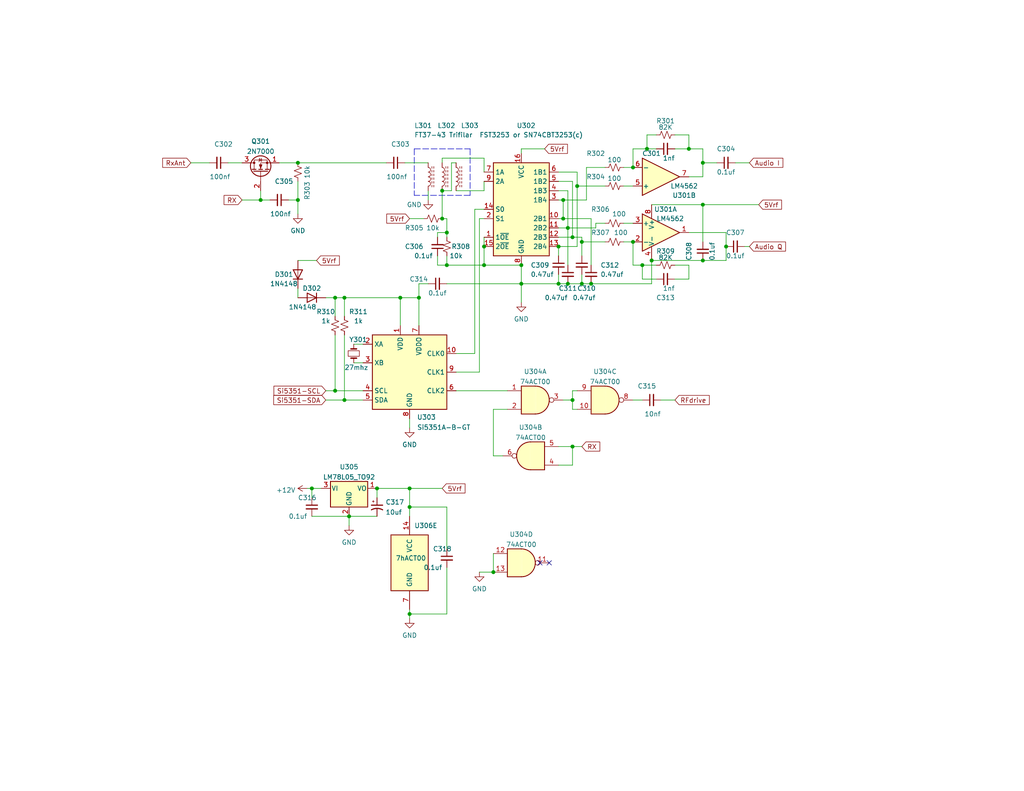
<source format=kicad_sch>
(kicad_sch (version 20211123) (generator eeschema)
  (paper "USLetter")
  (title_block (title "uSDX RF") (date "2022-01-18") (rev "0.1") (company "WA2MZE") (comment 5 "uSDX Microcontroller circuits"))
  (lib_symbols
    (symbol "74xx:74HC00" (pin_names (offset 1.016))
      (property "Reference" "U" (at 0 1.27 0))
      (property "Value" "74HC00" (at 0 -1.27 0))
      (symbol "74HC00_1_1"
        (arc (start 0 -3.81) (mid 3.81 0) (end 0 3.81) (stroke (width 0.254)) (fill (type background)))
        (polyline (pts (xy 0 3.81) (xy -3.81 3.81) (xy -3.81 -3.81) (xy 0 -3.81)) (stroke (width 0.254)) (fill (type background)))
        (pin input line (at -7.62 2.54 0) (length 3.81) (name "~") (number "1"))
        (pin input line (at -7.62 -2.54 0) (length 3.81) (name "~") (number "2"))
        (pin output inverted (at 7.62 0 180) (length 3.81) (name "~") (number "3"))
      )
      (symbol "74HC00_1_2"
        (arc (start -3.81 -3.81) (mid -2.589 0) (end -3.81 3.81) (stroke (width 0.254)))
        (arc (start -0.6096 -3.81) (mid 2.1855 -2.584) (end 3.81 0) (stroke (width 0.254)) (fill (type background)))
        (polyline (pts (xy -3.81 -3.81) (xy -0.635 -3.81)) (stroke (width 0.254)) (fill (type background)))
        (polyline (pts (xy -3.81 3.81) (xy -0.635 3.81)) (stroke (width 0.254)) (fill (type background)))
        (polyline (pts (xy -0.635 3.81) (xy -3.81 3.81) (xy -3.81 3.81) (xy -3.556 3.4036) (xy -3.0226 2.2606) (xy -2.6924 1.0414) (xy -2.6162 -0.254) (xy -2.7686 -1.4986) (xy -3.175 -2.7178) (xy -3.81 -3.81) (xy -3.81 -3.81) (xy -0.635 -3.81)) (stroke (width -25.4)) (fill (type background)))
        (arc (start 3.81 0) (mid 2.1928 2.5925) (end -0.6096 3.81) (stroke (width 0.254)) (fill (type background)))
        (pin input inverted (at -7.62 2.54 0) (length 4.318) (name "~") (number "1"))
        (pin input inverted (at -7.62 -2.54 0) (length 4.318) (name "~") (number "2"))
        (pin output line (at 7.62 0 180) (length 3.81) (name "~") (number "3"))
      )
      (symbol "74HC00_2_1"
        (arc (start 0 -3.81) (mid 3.81 0) (end 0 3.81) (stroke (width 0.254)) (fill (type background)))
        (polyline (pts (xy 0 3.81) (xy -3.81 3.81) (xy -3.81 -3.81) (xy 0 -3.81)) (stroke (width 0.254)) (fill (type background)))
        (pin input line (at -7.62 2.54 0) (length 3.81) (name "~") (number "4"))
        (pin input line (at -7.62 -2.54 0) (length 3.81) (name "~") (number "5"))
        (pin output inverted (at 7.62 0 180) (length 3.81) (name "~") (number "6"))
      )
      (symbol "74HC00_2_2"
        (arc (start -3.81 -3.81) (mid -2.589 0) (end -3.81 3.81) (stroke (width 0.254)))
        (arc (start -0.6096 -3.81) (mid 2.1855 -2.584) (end 3.81 0) (stroke (width 0.254)) (fill (type background)))
        (polyline (pts (xy -3.81 -3.81) (xy -0.635 -3.81)) (stroke (width 0.254)) (fill (type background)))
        (polyline (pts (xy -3.81 3.81) (xy -0.635 3.81)) (stroke (width 0.254)) (fill (type background)))
        (polyline (pts (xy -0.635 3.81) (xy -3.81 3.81) (xy -3.81 3.81) (xy -3.556 3.4036) (xy -3.0226 2.2606) (xy -2.6924 1.0414) (xy -2.6162 -0.254) (xy -2.7686 -1.4986) (xy -3.175 -2.7178) (xy -3.81 -3.81) (xy -3.81 -3.81) (xy -0.635 -3.81)) (stroke (width -25.4)) (fill (type background)))
        (arc (start 3.81 0) (mid 2.1928 2.5925) (end -0.6096 3.81) (stroke (width 0.254)) (fill (type background)))
        (pin input inverted (at -7.62 2.54 0) (length 4.318) (name "~") (number "4"))
        (pin input inverted (at -7.62 -2.54 0) (length 4.318) (name "~") (number "5"))
        (pin output line (at 7.62 0 180) (length 3.81) (name "~") (number "6"))
      )
      (symbol "74HC00_3_1"
        (arc (start 0 -3.81) (mid 3.81 0) (end 0 3.81) (stroke (width 0.254)) (fill (type background)))
        (polyline (pts (xy 0 3.81) (xy -3.81 3.81) (xy -3.81 -3.81) (xy 0 -3.81)) (stroke (width 0.254)) (fill (type background)))
        (pin input line (at -7.62 -2.54 0) (length 3.81) (name "~") (number "10"))
        (pin output inverted (at 7.62 0 180) (length 3.81) (name "~") (number "8"))
        (pin input line (at -7.62 2.54 0) (length 3.81) (name "~") (number "9"))
      )
      (symbol "74HC00_3_2"
        (arc (start -3.81 -3.81) (mid -2.589 0) (end -3.81 3.81) (stroke (width 0.254)))
        (arc (start -0.6096 -3.81) (mid 2.1855 -2.584) (end 3.81 0) (stroke (width 0.254)) (fill (type background)))
        (polyline (pts (xy -3.81 -3.81) (xy -0.635 -3.81)) (stroke (width 0.254)) (fill (type background)))
        (polyline (pts (xy -3.81 3.81) (xy -0.635 3.81)) (stroke (width 0.254)) (fill (type background)))
        (polyline (pts (xy -0.635 3.81) (xy -3.81 3.81) (xy -3.81 3.81) (xy -3.556 3.4036) (xy -3.0226 2.2606) (xy -2.6924 1.0414) (xy -2.6162 -0.254) (xy -2.7686 -1.4986) (xy -3.175 -2.7178) (xy -3.81 -3.81) (xy -3.81 -3.81) (xy -0.635 -3.81)) (stroke (width -25.4)) (fill (type background)))
        (arc (start 3.81 0) (mid 2.1928 2.5925) (end -0.6096 3.81) (stroke (width 0.254)) (fill (type background)))
        (pin input inverted (at -7.62 -2.54 0) (length 4.318) (name "~") (number "10"))
        (pin output line (at 7.62 0 180) (length 3.81) (name "~") (number "8"))
        (pin input inverted (at -7.62 2.54 0) (length 4.318) (name "~") (number "9"))
      )
      (symbol "74HC00_4_1"
        (arc (start 0 -3.81) (mid 3.81 0) (end 0 3.81) (stroke (width 0.254)) (fill (type background)))
        (polyline (pts (xy 0 3.81) (xy -3.81 3.81) (xy -3.81 -3.81) (xy 0 -3.81)) (stroke (width 0.254)) (fill (type background)))
        (pin output inverted (at 7.62 0 180) (length 3.81) (name "~") (number "11"))
        (pin input line (at -7.62 2.54 0) (length 3.81) (name "~") (number "12"))
        (pin input line (at -7.62 -2.54 0) (length 3.81) (name "~") (number "13"))
      )
      (symbol "74HC00_4_2"
        (arc (start -3.81 -3.81) (mid -2.589 0) (end -3.81 3.81) (stroke (width 0.254)))
        (arc (start -0.6096 -3.81) (mid 2.1855 -2.584) (end 3.81 0) (stroke (width 0.254)) (fill (type background)))
        (polyline (pts (xy -3.81 -3.81) (xy -0.635 -3.81)) (stroke (width 0.254)) (fill (type background)))
        (polyline (pts (xy -3.81 3.81) (xy -0.635 3.81)) (stroke (width 0.254)) (fill (type background)))
        (polyline (pts (xy -0.635 3.81) (xy -3.81 3.81) (xy -3.81 3.81) (xy -3.556 3.4036) (xy -3.0226 2.2606) (xy -2.6924 1.0414) (xy -2.6162 -0.254) (xy -2.7686 -1.4986) (xy -3.175 -2.7178) (xy -3.81 -3.81) (xy -3.81 -3.81) (xy -0.635 -3.81)) (stroke (width -25.4)) (fill (type background)))
        (arc (start 3.81 0) (mid 2.1928 2.5925) (end -0.6096 3.81) (stroke (width 0.254)) (fill (type background)))
        (pin output line (at 7.62 0 180) (length 3.81) (name "~") (number "11"))
        (pin input inverted (at -7.62 2.54 0) (length 4.318) (name "~") (number "12"))
        (pin input inverted (at -7.62 -2.54 0) (length 4.318) (name "~") (number "13"))
      )
      (symbol "74HC00_5_0"
        (pin power_in line (at 0 12.7 270) (length 5.08) (name "VCC") (number "14"))
        (pin power_in line (at 0 -12.7 90) (length 5.08) (name "GND") (number "7"))
      )
      (symbol "74HC00_5_1"
        (rectangle (start -5.08 7.62) (end 5.08 -7.62) (stroke (width 0.254)) (fill (type background)))
      )
    )
    (symbol "Amplifier_Operational:LM4562" (pin_names (offset 0.127))
      (property "Reference" "U" (at 0 5.08 0))
      (property "Value" "LM4562" (at 0 -5.08 0))
      (symbol "LM4562_1_1"
        (polyline (pts (xy -5.08 5.08) (xy 5.08 0) (xy -5.08 -5.08) (xy -5.08 5.08)) (stroke (width 0.254)) (fill (type background)))
        (pin output line (at 7.62 0 180) (length 2.54) (name "~") (number "1"))
        (pin input line (at -7.62 -2.54 0) (length 2.54) (name "-") (number "2"))
        (pin input line (at -7.62 2.54 0) (length 2.54) (name "+") (number "3"))
      )
      (symbol "LM4562_2_1"
        (polyline (pts (xy -5.08 5.08) (xy 5.08 0) (xy -5.08 -5.08) (xy -5.08 5.08)) (stroke (width 0.254)) (fill (type background)))
        (pin input line (at -7.62 2.54 0) (length 2.54) (name "+") (number "5"))
        (pin input line (at -7.62 -2.54 0) (length 2.54) (name "-") (number "6"))
        (pin output line (at 7.62 0 180) (length 2.54) (name "~") (number "7"))
      )
      (symbol "LM4562_3_1"
        (pin power_in line (at -2.54 -7.62 90) (length 3.81) (name "V-") (number "4"))
        (pin power_in line (at -2.54 7.62 270) (length 3.81) (name "V+") (number "8"))
      )
    )
    (symbol "Analog_Switch:SN74CBT3253"
      (property "Reference" "U" (at -7.62 13.97 0))
      (property "Value" "SN74CBT3253" (at -11.43 -13.97 0))
      (symbol "SN74CBT3253_0_1"
        (rectangle (start -7.62 12.7) (end 7.62 -12.7) (stroke (width 0.254)) (fill (type background)))
        (rectangle (start 7.62 -12.7) (end 7.62 -12.7))
      )
      (symbol "SN74CBT3253_1_1"
        (pin input line (at -10.16 -7.62 0) (length 2.54) (name "1~{OE}") (number "1"))
        (pin bidirectional line (at 10.16 -2.54 180) (length 2.54) (name "2B1") (number "10"))
        (pin bidirectional line (at 10.16 -5.08 180) (length 2.54) (name "2B2") (number "11"))
        (pin bidirectional line (at 10.16 -7.62 180) (length 2.54) (name "2B3") (number "12"))
        (pin bidirectional line (at 10.16 -10.16 180) (length 2.54) (name "2B4") (number "13"))
        (pin input line (at -10.16 0 0) (length 2.54) (name "S0") (number "14"))
        (pin input line (at -10.16 -10.16 0) (length 2.54) (name "2~{OE}") (number "15"))
        (pin power_in line (at 0 15.24 270) (length 2.54) (name "VCC") (number "16"))
        (pin input line (at -10.16 -2.54 0) (length 2.54) (name "S1") (number "2"))
        (pin bidirectional line (at 10.16 2.54 180) (length 2.54) (name "1B4") (number "3"))
        (pin bidirectional line (at 10.16 5.08 180) (length 2.54) (name "1B3") (number "4"))
        (pin bidirectional line (at 10.16 7.62 180) (length 2.54) (name "1B2") (number "5"))
        (pin bidirectional line (at 10.16 10.16 180) (length 2.54) (name "1B1") (number "6"))
        (pin bidirectional line (at -10.16 10.16 0) (length 2.54) (name "1A") (number "7"))
        (pin power_in line (at 0 -15.24 90) (length 2.54) (name "GND") (number "8"))
        (pin bidirectional line (at -10.16 7.62 0) (length 2.54) (name "2A") (number "9"))
      )
    )
    (symbol "Device:C_Polarized_Small_US" (pin_numbers hide) (pin_names (offset 0.254) hide)
      (property "Reference" "C" (at 0.254 1.778 0))
      (property "Value" "C_Polarized_Small_US" (at 0.254 -2.032 0))
      (symbol "C_Polarized_Small_US_0_1"
        (polyline (pts (xy -1.524 0.508) (xy 1.524 0.508)) (stroke (width 0.3048)))
        (polyline (pts (xy -1.27 1.524) (xy -0.762 1.524)))
        (polyline (pts (xy -1.016 1.27) (xy -1.016 1.778)))
        (arc (start 1.524 -0.762) (mid 0 -0.3734) (end -1.524 -0.762) (stroke (width 0.3048)))
      )
      (symbol "C_Polarized_Small_US_1_1"
        (pin passive line (at 0 2.54 270) (length 2.032) (name "~") (number "1"))
        (pin passive line (at 0 -2.54 90) (length 2.032) (name "~") (number "2"))
      )
    )
    (symbol "Device:C_Small" (pin_numbers hide) (pin_names (offset 0.254) hide)
      (property "Reference" "C" (at 0.254 1.778 0))
      (property "Value" "C_Small" (at 0.254 -2.032 0))
      (symbol "C_Small_0_1"
        (polyline (pts (xy -1.524 -0.508) (xy 1.524 -0.508)) (stroke (width 0.3302)))
        (polyline (pts (xy -1.524 0.508) (xy 1.524 0.508)) (stroke (width 0.3048)))
      )
      (symbol "C_Small_1_1"
        (pin passive line (at 0 2.54 270) (length 2.032) (name "~") (number "1"))
        (pin passive line (at 0 -2.54 90) (length 2.032) (name "~") (number "2"))
      )
    )
    (symbol "Device:Crystal_Small" (pin_numbers hide) (pin_names (offset 1.016) hide)
      (property "Reference" "Y" (at 0 2.54 0))
      (property "Value" "Crystal_Small" (at 0 -2.54 0))
      (symbol "Crystal_Small_0_1"
        (rectangle (start -0.762 -1.524) (end 0.762 1.524))
        (polyline (pts (xy -1.27 -0.762) (xy -1.27 0.762)) (stroke (width 0.381)))
        (polyline (pts (xy 1.27 -0.762) (xy 1.27 0.762)) (stroke (width 0.381)))
      )
      (symbol "Crystal_Small_1_1"
        (pin passive line (at -2.54 0 0) (length 1.27) (name "1") (number "1"))
        (pin passive line (at 2.54 0 180) (length 1.27) (name "2") (number "2"))
      )
    )
    (symbol "Device:L_Ferrite" (pin_numbers hide) (pin_names (offset 1.016) hide)
      (property "Reference" "L" (at -1.27 0 90))
      (property "Value" "L_Ferrite" (at 2.794 0 90))
      (symbol "L_Ferrite_0_1"
        (arc (start 0 -2.54) (mid 0.635 -1.905) (end 0 -1.27))
        (arc (start 0 -1.27) (mid 0.635 -0.635) (end 0 0))
        (polyline (pts (xy 1.016 -2.794) (xy 1.016 -2.286)))
        (polyline (pts (xy 1.016 -1.778) (xy 1.016 -1.27)))
        (polyline (pts (xy 1.016 -0.762) (xy 1.016 -0.254)))
        (polyline (pts (xy 1.016 0.254) (xy 1.016 0.762)))
        (polyline (pts (xy 1.016 1.27) (xy 1.016 1.778)))
        (polyline (pts (xy 1.016 2.286) (xy 1.016 2.794)))
        (polyline (pts (xy 1.524 -2.286) (xy 1.524 -2.794)))
        (polyline (pts (xy 1.524 -1.27) (xy 1.524 -1.778)))
        (polyline (pts (xy 1.524 -0.254) (xy 1.524 -0.762)))
        (polyline (pts (xy 1.524 0.762) (xy 1.524 0.254)))
        (polyline (pts (xy 1.524 1.778) (xy 1.524 1.27)))
        (polyline (pts (xy 1.524 2.794) (xy 1.524 2.286)))
        (arc (start 0 0) (mid 0.635 0.635) (end 0 1.27))
        (arc (start 0 1.27) (mid 0.635 1.905) (end 0 2.54))
      )
      (symbol "L_Ferrite_1_1"
        (pin passive line (at 0 3.81 270) (length 1.27) (name "1") (number "1"))
        (pin passive line (at 0 -3.81 90) (length 1.27) (name "2") (number "2"))
      )
    )
    (symbol "Device:R_Small_US" (pin_numbers hide) (pin_names (offset 0.254) hide)
      (property "Reference" "R" (at 0.762 0.508 0))
      (property "Value" "R_Small_US" (at 0.762 -1.016 0))
      (symbol "R_Small_US_1_1"
        (polyline (pts (xy 0 0) (xy 1.016 -0.381) (xy 0 -0.762) (xy -1.016 -1.143) (xy 0 -1.524)))
        (polyline (pts (xy 0 1.524) (xy 1.016 1.143) (xy 0 0.762) (xy -1.016 0.381) (xy 0 0)))
        (pin passive line (at 0 2.54 270) (length 1.016) (name "~") (number "1"))
        (pin passive line (at 0 -2.54 90) (length 1.016) (name "~") (number "2"))
      )
    )
    (symbol "Diode:1N4148" (pin_numbers hide) (pin_names (offset 1.016) hide)
      (property "Reference" "D" (at 0 2.54 0))
      (property "Value" "1N4148" (at 0 -2.54 0))
      (symbol "1N4148_0_1"
        (polyline (pts (xy -1.27 1.27) (xy -1.27 -1.27)) (stroke (width 0.254)))
        (polyline (pts (xy 1.27 0) (xy -1.27 0)))
        (polyline (pts (xy 1.27 1.27) (xy 1.27 -1.27) (xy -1.27 0) (xy 1.27 1.27)) (stroke (width 0.254)))
      )
      (symbol "1N4148_1_1"
        (pin passive line (at -3.81 0 0) (length 2.54) (name "K") (number "1"))
        (pin passive line (at 3.81 0 180) (length 2.54) (name "A") (number "2"))
      )
    )
    (symbol "Oscillator:Si5351A-B-GT"
      (property "Reference" "U" (at -8.89 11.43 0))
      (property "Value" "Si5351A-B-GT" (at -12.7 -12.7 0))
      (symbol "Si5351A-B-GT_0_1"
        (rectangle (start -10.16 10.16) (end 10.16 -10.16) (stroke (width 0.254)) (fill (type background)))
      )
      (symbol "Si5351A-B-GT_1_1"
        (pin power_in line (at -2.54 12.7 270) (length 2.54) (name "VDD") (number "1"))
        (pin output line (at 12.7 5.08 180) (length 2.54) (name "CLK0") (number "10"))
        (pin input line (at -12.7 7.62 0) (length 2.54) (name "XA") (number "2"))
        (pin input line (at -12.7 2.54 0) (length 2.54) (name "XB") (number "3"))
        (pin input line (at -12.7 -5.08 0) (length 2.54) (name "SCL") (number "4"))
        (pin bidirectional line (at -12.7 -7.62 0) (length 2.54) (name "SDA") (number "5"))
        (pin output line (at 12.7 -5.08 180) (length 2.54) (name "CLK2") (number "6"))
        (pin power_in line (at 2.54 12.7 270) (length 2.54) (name "VDDO") (number "7"))
        (pin power_in line (at 0 -12.7 90) (length 2.54) (name "GND") (number "8"))
        (pin output line (at 12.7 0 180) (length 2.54) (name "CLK1") (number "9"))
      )
    )
    (symbol "Regulator_Linear:LM78L05_TO92" (pin_names (offset 0.254))
      (property "Reference" "U" (at -3.81 3.175 0))
      (property "Value" "LM78L05_TO92" (at 0 3.175 0))
      (symbol "LM78L05_TO92_0_1"
        (rectangle (start -5.08 -5.08) (end 5.08 1.905) (stroke (width 0.254)) (fill (type background)))
      )
      (symbol "LM78L05_TO92_1_1"
        (pin power_out line (at 7.62 0 180) (length 2.54) (name "VO") (number "1"))
        (pin power_in line (at 0 -7.62 90) (length 2.54) (name "GND") (number "2"))
        (pin power_in line (at -7.62 0 0) (length 2.54) (name "VI") (number "3"))
      )
    )
    (symbol "Transistor_FET:2N7000" (pin_names hide)
      (property "Reference" "Q" (at 5.08 1.905 0))
      (property "Value" "2N7000" (at 5.08 0 0))
      (symbol "2N7000_0_1"
        (polyline (pts (xy 0.254 0) (xy -2.54 0)))
        (polyline (pts (xy 0.254 1.905) (xy 0.254 -1.905)) (stroke (width 0.254)))
        (polyline (pts (xy 0.762 -1.27) (xy 0.762 -2.286)) (stroke (width 0.254)))
        (polyline (pts (xy 0.762 0.508) (xy 0.762 -0.508)) (stroke (width 0.254)))
        (polyline (pts (xy 0.762 2.286) (xy 0.762 1.27)) (stroke (width 0.254)))
        (polyline (pts (xy 2.54 2.54) (xy 2.54 1.778)))
        (polyline (pts (xy 2.54 -2.54) (xy 2.54 0) (xy 0.762 0)))
        (polyline (pts (xy 0.762 -1.778) (xy 3.302 -1.778) (xy 3.302 1.778) (xy 0.762 1.778)))
        (polyline (pts (xy 1.016 0) (xy 2.032 0.381) (xy 2.032 -0.381) (xy 1.016 0)) (fill (type outline)))
        (polyline (pts (xy 2.794 0.508) (xy 2.921 0.381) (xy 3.683 0.381) (xy 3.81 0.254)))
        (polyline (pts (xy 3.302 0.381) (xy 2.921 -0.254) (xy 3.683 -0.254) (xy 3.302 0.381)))
        (circle (center 1.651 0) (radius 2.794) (stroke (width 0.254)))
        (circle (center 2.54 -1.778) (radius 0.254) (fill (type outline)))
        (circle (center 2.54 1.778) (radius 0.254) (fill (type outline)))
      )
      (symbol "2N7000_1_1"
        (pin passive line (at 2.54 -5.08 90) (length 2.54) (name "S") (number "1"))
        (pin input line (at -5.08 0 0) (length 2.54) (name "G") (number "2"))
        (pin passive line (at 2.54 5.08 270) (length 2.54) (name "D") (number "3"))
      )
    )
    (symbol "power:+12V" (power) (pin_names (offset 0))
      (property "Value" "+12V" (at 0 3.556 0))
      (symbol "+12V_0_1"
        (polyline (pts (xy -0.762 1.27) (xy 0 2.54)))
        (polyline (pts (xy 0 0) (xy 0 2.54)))
        (polyline (pts (xy 0 2.54) (xy 0.762 1.27)))
      )
      (symbol "+12V_1_1"
        (pin power_in line (at 0 0 90) (length 0) hide (name "+12V") (number "1"))
      )
    )
    (symbol "power:GND" (power) (pin_names (offset 0))
      (property "Value" "GND" (at 0 -3.81 0))
      (symbol "GND_0_1"
        (polyline (pts (xy 0 0) (xy 0 -1.27) (xy 1.27 -1.27) (xy 0 -2.54) (xy -1.27 -1.27) (xy 0 -1.27)))
      )
      (symbol "GND_1_1"
        (pin power_in line (at 0 0 270) (length 0) hide (name "GND") (number "1"))
      )
    )
  )
  (junction (at 121.92 63.5))
  (junction (at 154.94 62.23))
  (junction (at 91.44 81.28))
  (junction (at 153.67 54.61))
  (junction (at 71.12 54.61))
  (junction (at 175.26 72.39))
  (junction (at 187.96 40.64))
  (junction (at 152.4 67.31))
  (junction (at 111.76 133.35))
  (junction (at 176.53 40.64))
  (junction (at 120.65 59.69))
  (junction (at 102.87 133.35))
  (junction (at 142.24 77.47))
  (junction (at 198.12 67.31))
  (junction (at 81.28 44.45))
  (junction (at 111.76 138.43))
  (junction (at 154.94 77.47))
  (junction (at 156.21 64.77))
  (junction (at 172.72 45.72))
  (junction (at 95.25 140.97))
  (junction (at 93.98 109.22))
  (junction (at 91.44 106.68))
  (junction (at 111.76 167.64))
  (junction (at 191.77 71.12))
  (junction (at 158.75 77.47))
  (junction (at 191.77 55.88))
  (junction (at 153.67 59.69))
  (junction (at 152.4 77.47))
  (junction (at 156.21 109.22))
  (junction (at 85.09 133.35))
  (junction (at 120.65 52.07))
  (junction (at 142.24 72.39))
  (junction (at 134.62 156.21))
  (junction (at 109.22 81.28))
  (junction (at 177.8 71.12))
  (junction (at 191.77 44.45))
  (junction (at 172.72 66.04))
  (junction (at 81.28 54.61))
  (junction (at 156.21 121.92))
  (junction (at 121.92 72.39))
  (junction (at 132.08 67.31))
  (junction (at 158.75 66.04))
  (junction (at 93.98 81.28))
  (junction (at 132.08 72.39))
  (junction (at 157.48 50.8))
  (junction (at 114.3 81.28))
  (junction (at 161.29 77.47))
  (no_connect (at 149.86 153.67))
  (no_connect (at 147.32 153.67))
  (polyline (pts (xy 128.27 40.64) (xy 128.27 53.34)))
  (wire (pts (xy 123.19 52.07) (xy 120.65 52.07)))
  (wire (pts (xy 85.09 133.35) (xy 85.09 135.89)))
  (wire (pts (xy 179.07 36.83) (xy 176.53 36.83)))
  (wire (pts (xy 157.48 46.99) (xy 152.4 46.99)))
  (wire (pts (xy 157.48 50.8) (xy 157.48 46.99)))
  (wire (pts (xy 177.8 55.88) (xy 191.77 55.88)))
  (wire (pts (xy 121.92 63.5) (xy 121.92 59.69)))
  (wire (pts (xy 124.46 101.6) (xy 130.81 101.6)))
  (wire (pts (xy 157.48 111.76) (xy 156.21 111.76)))
  (wire (pts (xy 111.76 138.43) (xy 111.76 140.97)))
  (wire (pts (xy 120.65 43.18) (xy 132.08 43.18)))
  (wire (pts (xy 152.4 77.47) (xy 154.94 77.47)))
  (wire (pts (xy 62.23 44.45) (xy 66.04 44.45)))
  (wire (pts (xy 158.75 66.04) (xy 165.1 66.04)))
  (wire (pts (xy 138.43 111.76) (xy 134.62 111.76)))
  (wire (pts (xy 161.29 77.47) (xy 177.8 77.47)))
  (wire (pts (xy 120.65 44.45) (xy 120.65 43.18)))
  (wire (pts (xy 121.92 64.77) (xy 121.92 63.5)))
  (wire (pts (xy 154.94 62.23) (xy 154.94 72.39)))
  (wire (pts (xy 132.08 52.07) (xy 132.08 49.53)))
  (wire (pts (xy 121.92 154.94) (xy 121.92 167.64)))
  (wire (pts (xy 152.4 52.07) (xy 154.94 52.07)))
  (wire (pts (xy 132.08 43.18) (xy 132.08 46.99)))
  (wire (pts (xy 110.49 44.45) (xy 116.84 44.45)))
  (wire (pts (xy 175.26 76.2) (xy 175.26 72.39)))
  (wire (pts (xy 142.24 77.47) (xy 152.4 77.47)))
  (wire (pts (xy 177.8 71.12) (xy 191.77 71.12)))
  (wire (pts (xy 158.75 69.85) (xy 158.75 66.04)))
  (wire (pts (xy 130.81 156.21) (xy 134.62 156.21)))
  (wire (pts (xy 78.74 54.61) (xy 81.28 54.61)))
  (wire (pts (xy 129.54 96.52) (xy 129.54 57.15)))
  (wire (pts (xy 102.87 140.97) (xy 95.25 140.97)))
  (wire (pts (xy 73.66 54.61) (xy 71.12 54.61)))
  (wire (pts (xy 81.28 71.12) (xy 86.36 71.12)))
  (wire (pts (xy 156.21 106.68) (xy 157.48 106.68)))
  (wire (pts (xy 81.28 78.74) (xy 81.28 81.28)))
  (wire (pts (xy 52.07 44.45) (xy 57.15 44.45)))
  (wire (pts (xy 156.21 121.92) (xy 158.75 121.92)))
  (wire (pts (xy 81.28 54.61) (xy 81.28 58.42)))
  (wire (pts (xy 121.92 149.86) (xy 121.92 138.43)))
  (wire (pts (xy 120.65 59.69) (xy 121.92 59.69)))
  (wire (pts (xy 124.46 52.07) (xy 132.08 52.07)))
  (polyline (pts (xy 113.03 40.64) (xy 128.27 40.64)))
  (wire (pts (xy 170.18 60.96) (xy 172.72 60.96)))
  (wire (pts (xy 160.02 45.72) (xy 160.02 54.61)))
  (wire (pts (xy 184.15 76.2) (xy 187.96 76.2)))
  (wire (pts (xy 71.12 54.61) (xy 71.12 52.07)))
  (wire (pts (xy 172.72 40.64) (xy 172.72 45.72)))
  (wire (pts (xy 132.08 72.39) (xy 142.24 72.39)))
  (wire (pts (xy 88.9 106.68) (xy 91.44 106.68)))
  (wire (pts (xy 114.3 88.9) (xy 114.3 81.28)))
  (wire (pts (xy 124.46 96.52) (xy 129.54 96.52)))
  (wire (pts (xy 134.62 151.13) (xy 134.62 156.21)))
  (wire (pts (xy 175.26 72.39) (xy 172.72 72.39)))
  (wire (pts (xy 111.76 133.35) (xy 111.76 138.43)))
  (wire (pts (xy 165.1 45.72) (xy 160.02 45.72)))
  (wire (pts (xy 81.28 44.45) (xy 105.41 44.45)))
  (wire (pts (xy 134.62 111.76) (xy 134.62 124.46)))
  (wire (pts (xy 187.96 36.83) (xy 187.96 40.64)))
  (wire (pts (xy 119.38 63.5) (xy 121.92 63.5)))
  (wire (pts (xy 200.66 44.45) (xy 204.47 44.45)))
  (wire (pts (xy 156.21 111.76) (xy 156.21 109.22)))
  (wire (pts (xy 152.4 121.92) (xy 156.21 121.92)))
  (wire (pts (xy 88.9 81.28) (xy 91.44 81.28)))
  (wire (pts (xy 121.92 138.43) (xy 111.76 138.43)))
  (wire (pts (xy 154.94 62.23) (xy 152.4 62.23)))
  (wire (pts (xy 157.48 50.8) (xy 165.1 50.8)))
  (wire (pts (xy 152.4 67.31) (xy 152.4 69.85)))
  (wire (pts (xy 176.53 40.64) (xy 172.72 40.64)))
  (wire (pts (xy 111.76 167.64) (xy 111.76 168.91)))
  (wire (pts (xy 158.75 74.93) (xy 158.75 77.47)))
  (wire (pts (xy 152.4 54.61) (xy 153.67 54.61)))
  (wire (pts (xy 132.08 67.31) (xy 132.08 72.39)))
  (polyline (pts (xy 128.27 53.34) (xy 113.03 53.34)))
  (wire (pts (xy 191.77 71.12) (xy 198.12 71.12)))
  (wire (pts (xy 116.84 77.47) (xy 114.3 77.47)))
  (wire (pts (xy 129.54 57.15) (xy 132.08 57.15)))
  (wire (pts (xy 91.44 81.28) (xy 91.44 86.36)))
  (wire (pts (xy 158.75 77.47) (xy 161.29 77.47)))
  (wire (pts (xy 191.77 44.45) (xy 191.77 48.26)))
  (wire (pts (xy 156.21 64.77) (xy 152.4 64.77)))
  (wire (pts (xy 191.77 55.88) (xy 191.77 66.04)))
  (wire (pts (xy 172.72 109.22) (xy 175.26 109.22)))
  (wire (pts (xy 96.52 93.98) (xy 99.06 93.98)))
  (polyline (pts (xy 113.03 40.64) (xy 113.03 53.34)))
  (wire (pts (xy 191.77 48.26) (xy 187.96 48.26)))
  (wire (pts (xy 179.07 76.2) (xy 175.26 76.2)))
  (wire (pts (xy 124.46 44.45) (xy 123.19 44.45)))
  (wire (pts (xy 198.12 63.5) (xy 187.96 63.5)))
  (wire (pts (xy 81.28 49.53) (xy 81.28 54.61)))
  (wire (pts (xy 121.92 69.85) (xy 121.92 72.39)))
  (wire (pts (xy 109.22 81.28) (xy 109.22 88.9)))
  (wire (pts (xy 176.53 36.83) (xy 176.53 40.64)))
  (wire (pts (xy 119.38 72.39) (xy 121.92 72.39)))
  (wire (pts (xy 111.76 166.37) (xy 111.76 167.64)))
  (wire (pts (xy 124.46 106.68) (xy 138.43 106.68)))
  (wire (pts (xy 156.21 127) (xy 156.21 121.92)))
  (wire (pts (xy 160.02 54.61) (xy 153.67 54.61)))
  (wire (pts (xy 121.92 77.47) (xy 142.24 77.47)))
  (wire (pts (xy 119.38 69.85) (xy 119.38 72.39)))
  (wire (pts (xy 198.12 71.12) (xy 198.12 67.31)))
  (wire (pts (xy 162.56 62.23) (xy 154.94 62.23)))
  (wire (pts (xy 91.44 106.68) (xy 99.06 106.68)))
  (wire (pts (xy 120.65 52.07) (xy 120.65 59.69)))
  (wire (pts (xy 130.81 59.69) (xy 132.08 59.69)))
  (wire (pts (xy 109.22 81.28) (xy 93.98 81.28)))
  (wire (pts (xy 191.77 44.45) (xy 195.58 44.45)))
  (wire (pts (xy 93.98 91.44) (xy 93.98 109.22)))
  (wire (pts (xy 157.48 67.31) (xy 152.4 67.31)))
  (wire (pts (xy 198.12 67.31) (xy 198.12 63.5)))
  (wire (pts (xy 162.56 60.96) (xy 162.56 62.23)))
  (wire (pts (xy 154.94 77.47) (xy 158.75 77.47)))
  (wire (pts (xy 85.09 133.35) (xy 87.63 133.35)))
  (wire (pts (xy 119.38 64.77) (xy 119.38 63.5)))
  (wire (pts (xy 177.8 71.12) (xy 177.8 77.47)))
  (wire (pts (xy 170.18 66.04) (xy 172.72 66.04)))
  (wire (pts (xy 66.04 54.61) (xy 71.12 54.61)))
  (wire (pts (xy 157.48 67.31) (xy 157.48 50.8)))
  (wire (pts (xy 179.07 72.39) (xy 175.26 72.39)))
  (wire (pts (xy 152.4 127) (xy 156.21 127)))
  (wire (pts (xy 165.1 60.96) (xy 162.56 60.96)))
  (wire (pts (xy 111.76 59.69) (xy 115.57 59.69)))
  (wire (pts (xy 184.15 36.83) (xy 187.96 36.83)))
  (wire (pts (xy 91.44 91.44) (xy 91.44 106.68)))
  (wire (pts (xy 170.18 50.8) (xy 172.72 50.8)))
  (wire (pts (xy 184.15 72.39) (xy 187.96 72.39)))
  (wire (pts (xy 95.25 140.97) (xy 95.25 143.51)))
  (wire (pts (xy 121.92 72.39) (xy 132.08 72.39)))
  (wire (pts (xy 116.84 52.07) (xy 116.84 54.61)))
  (wire (pts (xy 158.75 64.77) (xy 156.21 64.77)))
  (wire (pts (xy 184.15 40.64) (xy 187.96 40.64)))
  (wire (pts (xy 93.98 81.28) (xy 91.44 81.28)))
  (wire (pts (xy 156.21 49.53) (xy 156.21 64.77)))
  (wire (pts (xy 187.96 40.64) (xy 191.77 40.64)))
  (wire (pts (xy 172.72 72.39) (xy 172.72 66.04)))
  (wire (pts (xy 154.94 52.07) (xy 154.94 62.23)))
  (wire (pts (xy 114.3 81.28) (xy 109.22 81.28)))
  (wire (pts (xy 153.67 59.69) (xy 152.4 59.69)))
  (wire (pts (xy 83.82 133.35) (xy 85.09 133.35)))
  (wire (pts (xy 179.07 40.64) (xy 176.53 40.64)))
  (wire (pts (xy 114.3 77.47) (xy 114.3 81.28)))
  (wire (pts (xy 191.77 55.88) (xy 207.01 55.88)))
  (wire (pts (xy 93.98 109.22) (xy 99.06 109.22)))
  (wire (pts (xy 121.92 167.64) (xy 111.76 167.64)))
  (wire (pts (xy 123.19 44.45) (xy 123.19 52.07)))
  (wire (pts (xy 187.96 76.2) (xy 187.96 72.39)))
  (wire (pts (xy 93.98 81.28) (xy 93.98 86.36)))
  (wire (pts (xy 142.24 40.64) (xy 142.24 41.91)))
  (wire (pts (xy 156.21 109.22) (xy 156.21 106.68)))
  (wire (pts (xy 134.62 124.46) (xy 137.16 124.46)))
  (wire (pts (xy 161.29 72.39) (xy 161.29 59.69)))
  (wire (pts (xy 132.08 64.77) (xy 132.08 67.31)))
  (wire (pts (xy 191.77 40.64) (xy 191.77 44.45)))
  (wire (pts (xy 148.59 40.64) (xy 142.24 40.64)))
  (wire (pts (xy 102.87 133.35) (xy 111.76 133.35)))
  (wire (pts (xy 158.75 66.04) (xy 158.75 64.77)))
  (wire (pts (xy 85.09 140.97) (xy 95.25 140.97)))
  (wire (pts (xy 142.24 77.47) (xy 142.24 82.55)))
  (wire (pts (xy 88.9 109.22) (xy 93.98 109.22)))
  (wire (pts (xy 76.2 44.45) (xy 81.28 44.45)))
  (wire (pts (xy 111.76 114.3) (xy 111.76 116.84)))
  (wire (pts (xy 152.4 49.53) (xy 156.21 49.53)))
  (wire (pts (xy 102.87 133.35) (xy 102.87 135.89)))
  (wire (pts (xy 111.76 133.35) (xy 120.65 133.35)))
  (wire (pts (xy 142.24 72.39) (xy 142.24 77.47)))
  (wire (pts (xy 96.52 99.06) (xy 99.06 99.06)))
  (wire (pts (xy 180.34 109.22) (xy 184.15 109.22)))
  (wire (pts (xy 203.2 67.31) (xy 204.47 67.31)))
  (wire (pts (xy 153.67 54.61) (xy 153.67 59.69)))
  (wire (pts (xy 170.18 45.72) (xy 172.72 45.72)))
  (wire (pts (xy 153.67 109.22) (xy 156.21 109.22)))
  (wire (pts (xy 161.29 59.69) (xy 153.67 59.69)))
  (wire (pts (xy 130.81 101.6) (xy 130.81 59.69)))
  (wire (pts (xy 152.4 74.93) (xy 152.4 77.47)))
  (global_label "RX" (shape input) (at 158.75 121.92 0) (property "Intersheet References" "${INTERSHEET_REFS}" (effects hide)))
  (global_label "RX" (shape input) (at 66.04 54.61 180) (property "Intersheet References" "${INTERSHEET_REFS}" (effects hide)))
  (global_label "RxAnt" (shape input) (at 52.07 44.45 180) (property "Intersheet References" "${INTERSHEET_REFS}" (effects hide)))
  (global_label "5Vrf" (shape input) (at 111.76 59.69 180) (property "Intersheet References" "${INTERSHEET_REFS}" (effects hide)))
  (global_label "RFdrive" (shape input) (at 184.15 109.22 0) (property "Intersheet References" "${INTERSHEET_REFS}" (effects hide)))
  (global_label "5Vrf" (shape input) (at 148.59 40.64 0) (property "Intersheet References" "${INTERSHEET_REFS}" (effects hide)))
  (global_label "Si5351-SCL" (shape input) (at 88.9 106.68 180) (property "Intersheet References" "${INTERSHEET_REFS}" (effects hide)))
  (global_label "Audio I" (shape input) (at 204.47 44.45 0) (property "Intersheet References" "${INTERSHEET_REFS}" (effects hide)))
  (global_label "5Vrf" (shape input) (at 86.36 71.12 0) (property "Intersheet References" "${INTERSHEET_REFS}" (effects hide)))
  (global_label "5Vrf" (shape input) (at 207.01 55.88 0) (property "Intersheet References" "${INTERSHEET_REFS}" (effects hide)))
  (global_label "Audio Q" (shape input) (at 204.47 67.31 0) (property "Intersheet References" "${INTERSHEET_REFS}" (effects hide)))
  (global_label "5Vrf" (shape input) (at 120.65 133.35 0) (property "Intersheet References" "${INTERSHEET_REFS}" (effects hide)))
  (global_label "Si5351-SDA" (shape input) (at 88.9 109.22 180) (property "Intersheet References" "${INTERSHEET_REFS}" (effects hide)))
  (symbol (lib_id "Device:L_Ferrite") (at 116.84 48.26 0) (unit 1)
    (property "Reference" "L301" (at 113.03 34.29 0) (effects (justify left)))
    (property "Value" "L_Ferrite" (effects hide))
  )
  (symbol (lib_id "Device:C_Small") (at 76.2 54.61 270) (unit 1)
    (property "Reference" "C305" (at 74.93 49.53 90) (effects (justify left)))
    (property "Value" "100nf" (at 73.66 58.42 90) (effects (justify left)))
  )
  (symbol (lib_id "Device:R_Small_US") (at 181.61 36.83 90) (unit 1)
    (property "Reference" "R301" (at 181.61 33.02 90))
    (property "Value" "82K" (at 181.61 34.7496 90))
  )
  (symbol (lib_id "Device:C_Small") (at 121.92 152.4 0) (unit 1)
    (property "Reference" "C318" (at 118.11 149.86 0) (effects (justify left)))
    (property "Value" "0.1uf" (at 115.57 154.94 0) (effects (justify left)))
  )
  (symbol (lib_id "Regulator_Linear:LM78L05_TO92") (at 95.25 133.35 0) (unit 1)
    (property "Reference" "U305" (at 95.25 127.4785 0))
    (property "Value" "LM78L05_TO92" (at 95.25 130.2536 0))
    (property "Footprint" "Package_TO_SOT_THT:TO-92_Inline" (effects hide))
    (property "Datasheet" "https://www.onsemi.com/pub/Collateral/MC78L06A-D.pdf" (effects hide))
  )
  (symbol (lib_id "Device:C_Small") (at 198.12 44.45 90) (unit 1)
    (property "Reference" "C304" (at 200.66 40.64 90) (effects (justify left)))
    (property "Value" "0.1uf" (at 200.66 46.99 90) (effects (justify left)))
  )
  (symbol (lib_id "power:GND") (at 111.76 116.84 0) (unit 1)
    (property "Reference" "#PWR0304" (effects hide))
    (property "Value" "GND" (at 111.76 121.4025 0))
  )
  (symbol (lib_id "Device:C_Small") (at 161.29 74.93 0) (unit 1)
    (property "Reference" "C312" (at 163.83 72.39 0) (effects (justify left)))
    (property "Value" "0.47uf" (at 163.83 74.93 0) (effects (justify left)))
  )
  (symbol (lib_id "Device:C_Small") (at 181.61 76.2 90) (unit 1)
    (property "Reference" "C313" (at 184.15 81.28 90) (effects (justify left)))
    (property "Value" "1nf" (at 184.15 78.74 90) (effects (justify left)))
  )
  (symbol (lib_id "Device:C_Small") (at 154.94 74.93 0) (unit 1)
    (property "Reference" "C311" (at 152.4 78.74 0) (effects (justify left)))
    (property "Value" "0.47uf" (at 148.59 81.28 0) (effects (justify left)))
  )
  (symbol (lib_id "power:GND") (at 95.25 143.51 0) (unit 1)
    (property "Reference" "#PWR0306" (effects hide))
    (property "Value" "GND" (at 95.25 148.0725 0))
  )
  (symbol (lib_id "74xx:74HC00") (at 142.24 153.67 0) (unit 4)
    (property "Reference" "U304" (at 142.24 145.8935 0))
    (property "Value" "74ACT00" (at 142.24 148.6686 0))
    (property "Datasheet" "http://www.ti.com/lit/gpn/sn74hc00" (effects hide))
  )
  (symbol (lib_id "74xx:74HC00") (at 165.1 109.22 0) (unit 3)
    (property "Reference" "U304" (at 165.1 101.4435 0))
    (property "Value" "74ACT00" (at 165.1 104.2186 0))
    (property "Datasheet" "http://www.ti.com/lit/gpn/sn74hc00" (effects hide))
  )
  (symbol (lib_id "Device:C_Small") (at 200.66 67.31 90) (unit 1)
    (property "Reference" "C307" (at 203.2 63.5 90) (effects (justify left)))
    (property "Value" "0.1uf" (at 203.2 69.85 90) (effects (justify left)))
  )
  (symbol (lib_id "74xx:74HC00") (at 146.05 109.22 0) (unit 1)
    (property "Reference" "U304" (at 146.05 101.4435 0))
    (property "Value" "74ACT00" (at 146.05 104.2186 0))
    (property "Datasheet" "http://www.ti.com/lit/gpn/sn74hc00" (effects hide))
  )
  (symbol (lib_id "Analog_Switch:SN74CBT3253") (at 142.24 57.15 0) (unit 1)
    (property "Reference" "U302" (at 140.97 34.29 0) (effects (justify left)))
    (property "Value" "FST3253 or SN74CBT3253(c)" (at 130.81 36.83 0) (effects (justify left)))
    (property "Datasheet" "http://www.ti.com/lit/gpn/sn74cbt3253" (effects hide))
  )
  (symbol (lib_id "Device:C_Polarized_Small_US") (at 102.87 138.43 0) (unit 1)
    (property "Reference" "C317" (at 105.1814 137.0897 0) (effects (justify left)))
    (property "Value" "10uf" (at 105.1814 139.8648 0) (effects (justify left)))
  )
  (symbol (lib_id "power:GND") (at 81.28 58.42 0) (unit 1)
    (property "Reference" "#PWR0302" (effects hide))
    (property "Value" "GND" (at 81.28 62.9825 0))
  )
  (symbol (lib_id "Device:R_Small_US") (at 81.28 46.99 0) (unit 1)
    (property "Reference" "R303" (at 83.82 52.07 90))
    (property "Value" "10k" (at 83.82 46.99 90))
  )
  (symbol (lib_id "Device:C_Small") (at 158.75 72.39 0) (unit 1)
    (property "Reference" "C310" (at 157.48 78.74 0) (effects (justify left)))
    (property "Value" "0.47uf" (at 156.21 81.28 0) (effects (justify left)))
  )
  (symbol (lib_id "Oscillator:Si5351A-B-GT") (at 111.76 101.6 0) (unit 1)
    (property "Reference" "U303" (at 113.7794 113.9095 0) (effects (justify left)))
    (property "Value" "Si5351A-B-GT" (at 113.7794 116.6846 0) (effects (justify left)))
    (property "Footprint" "Package_SO:MSOP-10_3x3mm_P0.5mm" (effects hide))
    (property "Datasheet" "https://www.silabs.com/documents/public/data-sheets/Si5351-B.pdf" (effects hide))
  )
  (symbol (lib_id "power:GND") (at 142.24 82.55 0) (unit 1)
    (property "Reference" "#PWR0303" (effects hide))
    (property "Value" "GND" (at 142.24 87.1125 0))
  )
  (symbol (lib_id "Transistor_FET:2N7000") (at 71.12 46.99 90) (unit 1)
    (property "Reference" "Q301" (at 71.12 38.5785 90))
    (property "Value" "2N7000" (at 71.12 41.3536 90))
    (property "Footprint" "Package_TO_SOT_THT:TO-92_Inline" (effects hide))
    (property "Datasheet" "https://www.onsemi.com/pub/Collateral/NDS7002A-D.PDF" (effects hide))
  )
  (symbol (lib_id "Device:R_Small_US") (at 167.64 50.8 90) (unit 1)
    (property "Reference" "R304" (at 162.56 48.26 90))
    (property "Value" "100" (at 167.64 48.7196 90))
  )
  (symbol (lib_id "power:GND") (at 111.76 168.91 0) (unit 1)
    (property "Reference" "#PWR0308" (effects hide))
    (property "Value" "GND" (at 111.76 173.4725 0))
  )
  (symbol (lib_id "Device:R_Small_US") (at 167.64 45.72 90) (unit 1)
    (property "Reference" "R302" (at 162.56 41.91 90))
    (property "Value" "100" (at 167.64 43.6396 90))
  )
  (symbol (lib_id "Device:R_Small_US") (at 118.11 59.69 270) (unit 1)
    (property "Reference" "R305" (at 113.03 62.23 90))
    (property "Value" "10k" (at 118.11 62.23 90))
  )
  (symbol (lib_id "Amplifier_Operational:LM4562") (at 180.34 48.26 0) (mirror x) (unit 2)
    (property "Reference" "U301" (at 186.69 53.34 0))
    (property "Value" "LM4562" (at 186.69 50.8 0))
    (property "Datasheet" "http://www.ti.com/lit/ds/symlink/lm4562.pdf" (effects hide))
  )
  (symbol (lib_id "Diode:1N4148") (at 81.28 74.93 90) (unit 1)
    (property "Reference" "D301" (at 74.93 74.93 90) (effects (justify right)))
    (property "Value" "1N4148" (at 73.66 77.47 90) (effects (justify right)))
    (property "Footprint" "Diode_THT:D_DO-35_SOD27_P7.62mm_Horizontal" (effects hide))
    (property "Datasheet" "https://assets.nexperia.com/documents/data-sheet/1N4148_1N4448.pdf" (effects hide))
  )
  (symbol (lib_id "Device:C_Small") (at 177.8 109.22 90) (unit 1)
    (property "Reference" "C315" (at 179.07 105.41 90) (effects (justify left)))
    (property "Value" "10nf" (at 180.34 113.03 90) (effects (justify left)))
  )
  (symbol (lib_id "Device:R_Small_US") (at 167.64 66.04 90) (unit 1)
    (property "Reference" "R307" (at 163.83 63.5 90))
    (property "Value" " 100" (at 168.91 63.5 90))
  )
  (symbol (lib_id "Device:Crystal_Small") (at 96.52 96.52 90) (unit 1)
    (property "Reference" "Y301" (at 95.25 92.71 90) (effects (justify right)))
    (property "Value" "27mhz" (at 93.98 100.33 90) (effects (justify right)))
  )
  (symbol (lib_id "Device:R_Small_US") (at 91.44 88.9 180) (unit 1)
    (property "Reference" "R310" (at 88.9 85.09 0))
    (property "Value" "1k" (at 88.9 87.63 0))
  )
  (symbol (lib_id "Device:C_Small") (at 85.09 138.43 0) (unit 1)
    (property "Reference" "C316" (at 81.28 135.89 0) (effects (justify left)))
    (property "Value" "0.1uf" (at 78.74 140.97 0) (effects (justify left)))
  )
  (symbol (lib_id "power:+12V") (at 83.82 133.35 90) (unit 1)
    (property "Reference" "#PWR0305" (effects hide))
    (property "Value" "+12V" (at 80.645 133.829 90) (effects (justify left)))
  )
  (symbol (lib_id "Device:C_Small") (at 107.95 44.45 270) (unit 1)
    (property "Reference" "C303" (at 106.68 39.37 90) (effects (justify left)))
    (property "Value" "100nf" (at 105.41 48.26 90) (effects (justify left)))
  )
  (symbol (lib_id "Device:C_Small") (at 181.61 40.64 90) (unit 1)
    (property "Reference" "C301" (at 180.34 41.91 90) (effects (justify left)))
    (property "Value" "1nf" (at 184.15 43.18 90) (effects (justify left)))
  )
  (symbol (lib_id "Amplifier_Operational:LM4562") (at 180.34 63.5 0) (unit 3)
    (property "Reference" "U301" (effects hide))
    (property "Value" "LM4562" (effects hide))
    (property "Datasheet" "http://www.ti.com/lit/ds/symlink/lm4562.pdf" (effects hide))
  )
  (symbol (lib_id "74xx:74HC00") (at 111.76 153.67 0) (unit 5)
    (property "Reference" "U306" (at 113.03 143.51 0) (effects (justify left)))
    (property "Value" "7hACT00" (at 107.95 152.4 0) (effects (justify left)))
    (property "Datasheet" "http://www.ti.com/lit/gpn/sn74hc00" (effects hide))
  )
  (symbol (lib_id "Device:C_Small") (at 119.38 67.31 180) (unit 1)
    (property "Reference" "C306" (at 115.57 67.31 0) (effects (justify left)))
    (property "Value" "0.1uf" (at 118.11 69.85 0) (effects (justify left)))
  )
  (symbol (lib_id "Device:L_Ferrite") (at 120.65 48.26 0) (unit 1)
    (property "Reference" "L302" (at 119.38 34.29 0) (effects (justify left)))
    (property "Value" "L_Ferrite" (effects hide))
  )
  (symbol (lib_id "Device:R_Small_US") (at 167.64 60.96 90) (unit 1)
    (property "Reference" "R306" (at 163.83 57.15 90))
    (property "Value" "100" (at 168.91 58.42 90))
  )
  (symbol (lib_id "Device:C_Small") (at 119.38 77.47 90) (unit 1)
    (property "Reference" "C314" (at 116.84 76.2 90) (effects (justify left)))
    (property "Value" "0.1uf" (at 121.92 80.01 90) (effects (justify left)))
  )
  (symbol (lib_id "Device:R_Small_US") (at 121.92 67.31 180) (unit 1)
    (property "Reference" "R308" (at 125.73 67.31 0))
    (property "Value" "10k" (at 124.46 69.85 0))
  )
  (symbol (lib_id "74xx:74HC00") (at 144.78 124.46 180) (unit 2)
    (property "Reference" "U304" (at 144.78 116.6835 0))
    (property "Value" "74ACT00" (at 144.78 119.4586 0))
    (property "Datasheet" "http://www.ti.com/lit/gpn/sn74hc00" (effects hide))
  )
  (symbol (lib_id "Device:C_Small") (at 191.77 68.58 180) (unit 1)
    (property "Reference" "C308" (at 187.96 66.04 90) (effects (justify left)))
    (property "Value" "0.1uf" (at 194.31 66.04 90) (effects (justify left)))
  )
  (symbol (lib_id "Device:L_Ferrite") (at 124.46 48.26 0) (unit 1)
    (property "Reference" "L303" (at 125.73 34.29 0) (effects (justify left)))
    (property "Value" "FT37-43 Trifilar" (at 113.03 36.83 0) (effects (justify left)))
  )
  (symbol (lib_id "Amplifier_Operational:LM4562") (at 180.34 63.5 0) (unit 1)
    (property "Reference" "U301" (at 181.61 57.15 0))
    (property "Value" "LM4562" (at 182.88 59.69 0))
    (property "Datasheet" "http://www.ti.com/lit/ds/symlink/lm4562.pdf" (effects hide))
  )
  (symbol (lib_id "Diode:1N4148") (at 85.09 81.28 180) (unit 1)
    (property "Reference" "D302" (at 85.09 78.74 0))
    (property "Value" "1N4148" (at 82.55 83.82 0))
    (property "Footprint" "Diode_THT:D_DO-35_SOD27_P7.62mm_Horizontal" (effects hide))
    (property "Datasheet" "https://assets.nexperia.com/documents/data-sheet/1N4148_1N4448.pdf" (effects hide))
  )
  (symbol (lib_id "power:GND") (at 116.84 54.61 0) (unit 1)
    (property "Reference" "#PWR0301" (effects hide))
    (property "Value" "GND" (at 113.03 55.88 0))
  )
  (symbol (lib_id "Device:R_Small_US") (at 181.61 72.39 90) (unit 1)
    (property "Reference" "R309" (at 181.61 68.58 90))
    (property "Value" "82K" (at 181.61 70.3096 90))
  )
  (symbol (lib_id "Device:C_Small") (at 59.69 44.45 270) (unit 1)
    (property "Reference" "C302" (at 58.42 39.37 90) (effects (justify left)))
    (property "Value" "100nf" (at 57.15 48.26 90) (effects (justify left)))
  )
  (symbol (lib_id "power:GND") (at 130.81 156.21 0) (unit 1)
    (property "Reference" "#PWR0307" (effects hide))
    (property "Value" "GND" (at 130.81 160.7725 0))
  )
  (symbol (lib_id "Device:C_Small") (at 152.4 72.39 0) (unit 1)
    (property "Reference" "C309" (at 144.78 72.39 0) (effects (justify left)))
    (property "Value" "0.47uf" (at 144.78 74.93 0) (effects (justify left)))
  )
  (symbol (lib_id "Device:R_Small_US") (at 93.98 88.9 180) (unit 1)
    (property "Reference" "R311" (at 97.79 85.09 0))
    (property "Value" "1k" (at 97.79 87.63 0))
  )
)
</source>
